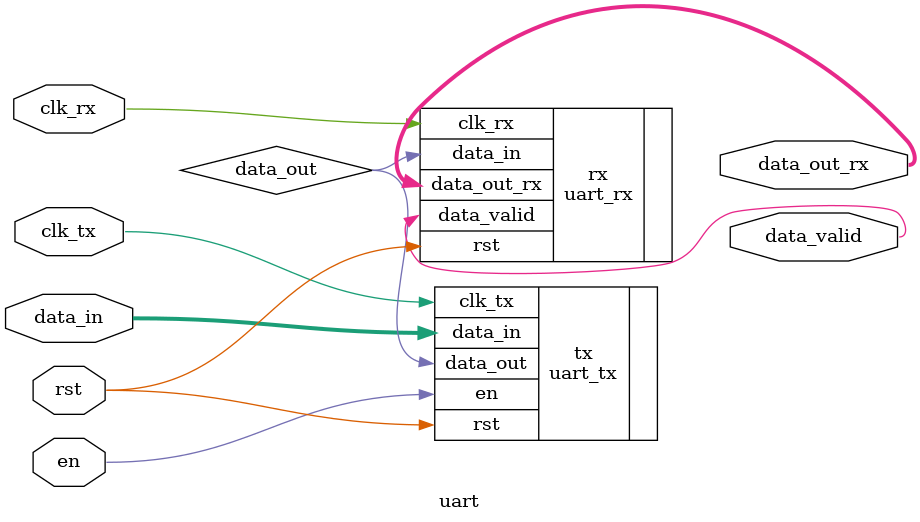
<source format=v>
module uart(
    input clk_tx,            // System clock (e.g., 50 MHz)
    input clk_rx,
    input rst,            // Reset signal
    input en,             // Transmit enable (pulse for 1 clk)
    input [7:0] data_in,  // Byte to transmit
    output [7:0] data_out_rx,  // Parallel RX output
    output      data_valid    // RX data valid flag
);
    wire data_out;     
    // UART transmitter
    uart_tx tx (
        .clk_tx(clk_tx),
        .rst(rst),
        .en(en),
        .data_in(data_in),
        .data_out(data_out)
    );

    // UART receiver
    uart_rx rx (
        .clk_rx(clk_rx),
        .rst(rst),
        .data_in(data_out),
        .data_out_rx(data_out_rx),
        .data_valid(data_valid)
    ); 
endmodule




</source>
